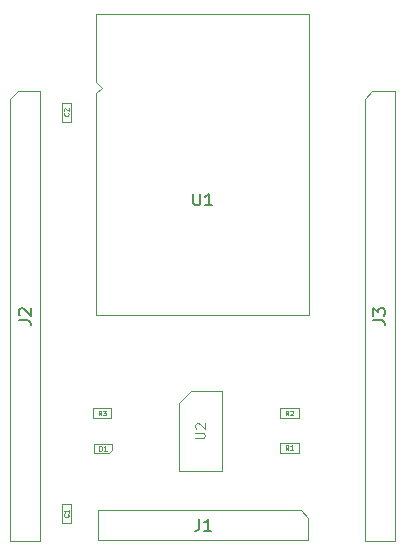
<source format=gbr>
G04 #@! TF.GenerationSoftware,KiCad,Pcbnew,8.0.0*
G04 #@! TF.CreationDate,2024-03-07T23:13:23+01:00*
G04 #@! TF.ProjectId,ESP32j1mmb,45535033-326a-4316-9d6d-622e6b696361,rev?*
G04 #@! TF.SameCoordinates,Original*
G04 #@! TF.FileFunction,AssemblyDrawing,Top*
%FSLAX46Y46*%
G04 Gerber Fmt 4.6, Leading zero omitted, Abs format (unit mm)*
G04 Created by KiCad (PCBNEW 8.0.0) date 2024-03-07 23:13:23*
%MOMM*%
%LPD*%
G01*
G04 APERTURE LIST*
%ADD10C,0.120000*%
%ADD11C,0.150000*%
%ADD12C,0.060000*%
%ADD13C,0.100000*%
G04 APERTURE END LIST*
D10*
X89413855Y-128109523D02*
X90061474Y-128109523D01*
X90061474Y-128109523D02*
X90137664Y-128071428D01*
X90137664Y-128071428D02*
X90175760Y-128033333D01*
X90175760Y-128033333D02*
X90213855Y-127957142D01*
X90213855Y-127957142D02*
X90213855Y-127804761D01*
X90213855Y-127804761D02*
X90175760Y-127728571D01*
X90175760Y-127728571D02*
X90137664Y-127690476D01*
X90137664Y-127690476D02*
X90061474Y-127652380D01*
X90061474Y-127652380D02*
X89413855Y-127652380D01*
X89490045Y-127309524D02*
X89451950Y-127271428D01*
X89451950Y-127271428D02*
X89413855Y-127195238D01*
X89413855Y-127195238D02*
X89413855Y-127004762D01*
X89413855Y-127004762D02*
X89451950Y-126928571D01*
X89451950Y-126928571D02*
X89490045Y-126890476D01*
X89490045Y-126890476D02*
X89566236Y-126852381D01*
X89566236Y-126852381D02*
X89642426Y-126852381D01*
X89642426Y-126852381D02*
X89756712Y-126890476D01*
X89756712Y-126890476D02*
X90213855Y-127347619D01*
X90213855Y-127347619D02*
X90213855Y-126852381D01*
D11*
X89238095Y-107394819D02*
X89238095Y-108204342D01*
X89238095Y-108204342D02*
X89285714Y-108299580D01*
X89285714Y-108299580D02*
X89333333Y-108347200D01*
X89333333Y-108347200D02*
X89428571Y-108394819D01*
X89428571Y-108394819D02*
X89619047Y-108394819D01*
X89619047Y-108394819D02*
X89714285Y-108347200D01*
X89714285Y-108347200D02*
X89761904Y-108299580D01*
X89761904Y-108299580D02*
X89809523Y-108204342D01*
X89809523Y-108204342D02*
X89809523Y-107394819D01*
X90809523Y-108394819D02*
X90238095Y-108394819D01*
X90523809Y-108394819D02*
X90523809Y-107394819D01*
X90523809Y-107394819D02*
X90428571Y-107537676D01*
X90428571Y-107537676D02*
X90333333Y-107632914D01*
X90333333Y-107632914D02*
X90238095Y-107680533D01*
D12*
X97283333Y-129094427D02*
X97150000Y-128903951D01*
X97054762Y-129094427D02*
X97054762Y-128694427D01*
X97054762Y-128694427D02*
X97207143Y-128694427D01*
X97207143Y-128694427D02*
X97245238Y-128713475D01*
X97245238Y-128713475D02*
X97264285Y-128732522D01*
X97264285Y-128732522D02*
X97283333Y-128770618D01*
X97283333Y-128770618D02*
X97283333Y-128827760D01*
X97283333Y-128827760D02*
X97264285Y-128865856D01*
X97264285Y-128865856D02*
X97245238Y-128884903D01*
X97245238Y-128884903D02*
X97207143Y-128903951D01*
X97207143Y-128903951D02*
X97054762Y-128903951D01*
X97664285Y-129094427D02*
X97435714Y-129094427D01*
X97550000Y-129094427D02*
X97550000Y-128694427D01*
X97550000Y-128694427D02*
X97511904Y-128751570D01*
X97511904Y-128751570D02*
X97473809Y-128789665D01*
X97473809Y-128789665D02*
X97435714Y-128808713D01*
D11*
X104454819Y-118113333D02*
X105169104Y-118113333D01*
X105169104Y-118113333D02*
X105311961Y-118160952D01*
X105311961Y-118160952D02*
X105407200Y-118256190D01*
X105407200Y-118256190D02*
X105454819Y-118399047D01*
X105454819Y-118399047D02*
X105454819Y-118494285D01*
X104454819Y-117732380D02*
X104454819Y-117113333D01*
X104454819Y-117113333D02*
X104835771Y-117446666D01*
X104835771Y-117446666D02*
X104835771Y-117303809D01*
X104835771Y-117303809D02*
X104883390Y-117208571D01*
X104883390Y-117208571D02*
X104931009Y-117160952D01*
X104931009Y-117160952D02*
X105026247Y-117113333D01*
X105026247Y-117113333D02*
X105264342Y-117113333D01*
X105264342Y-117113333D02*
X105359580Y-117160952D01*
X105359580Y-117160952D02*
X105407200Y-117208571D01*
X105407200Y-117208571D02*
X105454819Y-117303809D01*
X105454819Y-117303809D02*
X105454819Y-117589523D01*
X105454819Y-117589523D02*
X105407200Y-117684761D01*
X105407200Y-117684761D02*
X105359580Y-117732380D01*
D12*
X78643832Y-100566666D02*
X78662880Y-100585714D01*
X78662880Y-100585714D02*
X78681927Y-100642856D01*
X78681927Y-100642856D02*
X78681927Y-100680952D01*
X78681927Y-100680952D02*
X78662880Y-100738095D01*
X78662880Y-100738095D02*
X78624784Y-100776190D01*
X78624784Y-100776190D02*
X78586689Y-100795237D01*
X78586689Y-100795237D02*
X78510499Y-100814285D01*
X78510499Y-100814285D02*
X78453356Y-100814285D01*
X78453356Y-100814285D02*
X78377165Y-100795237D01*
X78377165Y-100795237D02*
X78339070Y-100776190D01*
X78339070Y-100776190D02*
X78300975Y-100738095D01*
X78300975Y-100738095D02*
X78281927Y-100680952D01*
X78281927Y-100680952D02*
X78281927Y-100642856D01*
X78281927Y-100642856D02*
X78300975Y-100585714D01*
X78300975Y-100585714D02*
X78320022Y-100566666D01*
X78320022Y-100414285D02*
X78300975Y-100395237D01*
X78300975Y-100395237D02*
X78281927Y-100357142D01*
X78281927Y-100357142D02*
X78281927Y-100261904D01*
X78281927Y-100261904D02*
X78300975Y-100223809D01*
X78300975Y-100223809D02*
X78320022Y-100204761D01*
X78320022Y-100204761D02*
X78358118Y-100185714D01*
X78358118Y-100185714D02*
X78396213Y-100185714D01*
X78396213Y-100185714D02*
X78453356Y-100204761D01*
X78453356Y-100204761D02*
X78681927Y-100433333D01*
X78681927Y-100433333D02*
X78681927Y-100185714D01*
X81433333Y-126181927D02*
X81300000Y-125991451D01*
X81204762Y-126181927D02*
X81204762Y-125781927D01*
X81204762Y-125781927D02*
X81357143Y-125781927D01*
X81357143Y-125781927D02*
X81395238Y-125800975D01*
X81395238Y-125800975D02*
X81414285Y-125820022D01*
X81414285Y-125820022D02*
X81433333Y-125858118D01*
X81433333Y-125858118D02*
X81433333Y-125915260D01*
X81433333Y-125915260D02*
X81414285Y-125953356D01*
X81414285Y-125953356D02*
X81395238Y-125972403D01*
X81395238Y-125972403D02*
X81357143Y-125991451D01*
X81357143Y-125991451D02*
X81204762Y-125991451D01*
X81566666Y-125781927D02*
X81814285Y-125781927D01*
X81814285Y-125781927D02*
X81680952Y-125934308D01*
X81680952Y-125934308D02*
X81738095Y-125934308D01*
X81738095Y-125934308D02*
X81776190Y-125953356D01*
X81776190Y-125953356D02*
X81795238Y-125972403D01*
X81795238Y-125972403D02*
X81814285Y-126010499D01*
X81814285Y-126010499D02*
X81814285Y-126105737D01*
X81814285Y-126105737D02*
X81795238Y-126143832D01*
X81795238Y-126143832D02*
X81776190Y-126162880D01*
X81776190Y-126162880D02*
X81738095Y-126181927D01*
X81738095Y-126181927D02*
X81623809Y-126181927D01*
X81623809Y-126181927D02*
X81585714Y-126162880D01*
X81585714Y-126162880D02*
X81566666Y-126143832D01*
D11*
X74454819Y-118113333D02*
X75169104Y-118113333D01*
X75169104Y-118113333D02*
X75311961Y-118160952D01*
X75311961Y-118160952D02*
X75407200Y-118256190D01*
X75407200Y-118256190D02*
X75454819Y-118399047D01*
X75454819Y-118399047D02*
X75454819Y-118494285D01*
X74550057Y-117684761D02*
X74502438Y-117637142D01*
X74502438Y-117637142D02*
X74454819Y-117541904D01*
X74454819Y-117541904D02*
X74454819Y-117303809D01*
X74454819Y-117303809D02*
X74502438Y-117208571D01*
X74502438Y-117208571D02*
X74550057Y-117160952D01*
X74550057Y-117160952D02*
X74645295Y-117113333D01*
X74645295Y-117113333D02*
X74740533Y-117113333D01*
X74740533Y-117113333D02*
X74883390Y-117160952D01*
X74883390Y-117160952D02*
X75454819Y-117732380D01*
X75454819Y-117732380D02*
X75454819Y-117113333D01*
X89746666Y-134954819D02*
X89746666Y-135669104D01*
X89746666Y-135669104D02*
X89699047Y-135811961D01*
X89699047Y-135811961D02*
X89603809Y-135907200D01*
X89603809Y-135907200D02*
X89460952Y-135954819D01*
X89460952Y-135954819D02*
X89365714Y-135954819D01*
X90746666Y-135954819D02*
X90175238Y-135954819D01*
X90460952Y-135954819D02*
X90460952Y-134954819D01*
X90460952Y-134954819D02*
X90365714Y-135097676D01*
X90365714Y-135097676D02*
X90270476Y-135192914D01*
X90270476Y-135192914D02*
X90175238Y-135240533D01*
D12*
X81284762Y-129181927D02*
X81284762Y-128781927D01*
X81284762Y-128781927D02*
X81380000Y-128781927D01*
X81380000Y-128781927D02*
X81437143Y-128800975D01*
X81437143Y-128800975D02*
X81475238Y-128839070D01*
X81475238Y-128839070D02*
X81494285Y-128877165D01*
X81494285Y-128877165D02*
X81513333Y-128953356D01*
X81513333Y-128953356D02*
X81513333Y-129010499D01*
X81513333Y-129010499D02*
X81494285Y-129086689D01*
X81494285Y-129086689D02*
X81475238Y-129124784D01*
X81475238Y-129124784D02*
X81437143Y-129162880D01*
X81437143Y-129162880D02*
X81380000Y-129181927D01*
X81380000Y-129181927D02*
X81284762Y-129181927D01*
X81894285Y-129181927D02*
X81665714Y-129181927D01*
X81780000Y-129181927D02*
X81780000Y-128781927D01*
X81780000Y-128781927D02*
X81741904Y-128839070D01*
X81741904Y-128839070D02*
X81703809Y-128877165D01*
X81703809Y-128877165D02*
X81665714Y-128896213D01*
X97283333Y-126181927D02*
X97150000Y-125991451D01*
X97054762Y-126181927D02*
X97054762Y-125781927D01*
X97054762Y-125781927D02*
X97207143Y-125781927D01*
X97207143Y-125781927D02*
X97245238Y-125800975D01*
X97245238Y-125800975D02*
X97264285Y-125820022D01*
X97264285Y-125820022D02*
X97283333Y-125858118D01*
X97283333Y-125858118D02*
X97283333Y-125915260D01*
X97283333Y-125915260D02*
X97264285Y-125953356D01*
X97264285Y-125953356D02*
X97245238Y-125972403D01*
X97245238Y-125972403D02*
X97207143Y-125991451D01*
X97207143Y-125991451D02*
X97054762Y-125991451D01*
X97435714Y-125820022D02*
X97454762Y-125800975D01*
X97454762Y-125800975D02*
X97492857Y-125781927D01*
X97492857Y-125781927D02*
X97588095Y-125781927D01*
X97588095Y-125781927D02*
X97626190Y-125800975D01*
X97626190Y-125800975D02*
X97645238Y-125820022D01*
X97645238Y-125820022D02*
X97664285Y-125858118D01*
X97664285Y-125858118D02*
X97664285Y-125896213D01*
X97664285Y-125896213D02*
X97645238Y-125953356D01*
X97645238Y-125953356D02*
X97416666Y-126181927D01*
X97416666Y-126181927D02*
X97664285Y-126181927D01*
X78643832Y-134566666D02*
X78662880Y-134585714D01*
X78662880Y-134585714D02*
X78681927Y-134642856D01*
X78681927Y-134642856D02*
X78681927Y-134680952D01*
X78681927Y-134680952D02*
X78662880Y-134738095D01*
X78662880Y-134738095D02*
X78624784Y-134776190D01*
X78624784Y-134776190D02*
X78586689Y-134795237D01*
X78586689Y-134795237D02*
X78510499Y-134814285D01*
X78510499Y-134814285D02*
X78453356Y-134814285D01*
X78453356Y-134814285D02*
X78377165Y-134795237D01*
X78377165Y-134795237D02*
X78339070Y-134776190D01*
X78339070Y-134776190D02*
X78300975Y-134738095D01*
X78300975Y-134738095D02*
X78281927Y-134680952D01*
X78281927Y-134680952D02*
X78281927Y-134642856D01*
X78281927Y-134642856D02*
X78300975Y-134585714D01*
X78300975Y-134585714D02*
X78320022Y-134566666D01*
X78681927Y-134185714D02*
X78681927Y-134414285D01*
X78681927Y-134299999D02*
X78281927Y-134299999D01*
X78281927Y-134299999D02*
X78339070Y-134338095D01*
X78339070Y-134338095D02*
X78377165Y-134376190D01*
X78377165Y-134376190D02*
X78396213Y-134414285D01*
D13*
X88000000Y-125150000D02*
X88000000Y-130850000D01*
X88000000Y-125150000D02*
X89000000Y-124150000D01*
X88000000Y-130850000D02*
X91700000Y-130850000D01*
X89000000Y-124150000D02*
X91700000Y-124150000D01*
X91700000Y-124150000D02*
X91700000Y-130850000D01*
X81000000Y-92200000D02*
X81000000Y-97920000D01*
X81000000Y-92200000D02*
X99000000Y-92200000D01*
X81000000Y-98920000D02*
X81000000Y-117700000D01*
X81000000Y-98920000D02*
X81500000Y-98420000D01*
X81000000Y-117700000D02*
X99000000Y-117700000D01*
X81500000Y-98420000D02*
X81000000Y-97920000D01*
X99000000Y-117700000D02*
X99000000Y-92200000D01*
X96550000Y-128500000D02*
X98150000Y-128500000D01*
X96550000Y-129325000D02*
X96550000Y-128500000D01*
X98150000Y-128500000D02*
X98150000Y-129325000D01*
X98150000Y-129325000D02*
X96550000Y-129325000D01*
X103730000Y-99365000D02*
X104365000Y-98730000D01*
X103730000Y-136830000D02*
X103730000Y-99365000D01*
X104365000Y-98730000D02*
X106270000Y-98730000D01*
X106270000Y-98730000D02*
X106270000Y-136830000D01*
X106270000Y-136830000D02*
X103730000Y-136830000D01*
X78100000Y-99700000D02*
X78900000Y-99700000D01*
X78100000Y-101300000D02*
X78100000Y-99700000D01*
X78900000Y-99700000D02*
X78900000Y-101300000D01*
X78900000Y-101300000D02*
X78100000Y-101300000D01*
X80700000Y-125587500D02*
X82300000Y-125587500D01*
X80700000Y-126412500D02*
X80700000Y-125587500D01*
X82300000Y-125587500D02*
X82300000Y-126412500D01*
X82300000Y-126412500D02*
X80700000Y-126412500D01*
X73730000Y-99365000D02*
X74365000Y-98730000D01*
X73730000Y-136830000D02*
X73730000Y-99365000D01*
X74365000Y-98730000D02*
X76270000Y-98730000D01*
X76270000Y-98730000D02*
X76270000Y-136830000D01*
X76270000Y-136830000D02*
X73730000Y-136830000D01*
X81190000Y-134230000D02*
X98335000Y-134230000D01*
X81190000Y-136770000D02*
X81190000Y-134230000D01*
X98335000Y-134230000D02*
X98970000Y-134865000D01*
X98970000Y-134865000D02*
X98970000Y-136770000D01*
X98970000Y-136770000D02*
X81190000Y-136770000D01*
X80780000Y-128600000D02*
X80780000Y-129400000D01*
X80780000Y-129400000D02*
X82080000Y-129400000D01*
X82080000Y-129400000D02*
X82380000Y-129100000D01*
X82380000Y-128600000D02*
X80780000Y-128600000D01*
X82380000Y-129100000D02*
X82380000Y-128600000D01*
X96550000Y-125587500D02*
X98150000Y-125587500D01*
X96550000Y-126412500D02*
X96550000Y-125587500D01*
X98150000Y-125587500D02*
X98150000Y-126412500D01*
X98150000Y-126412500D02*
X96550000Y-126412500D01*
X78100000Y-133700000D02*
X78900000Y-133700000D01*
X78100000Y-135300000D02*
X78100000Y-133700000D01*
X78900000Y-133700000D02*
X78900000Y-135300000D01*
X78900000Y-135300000D02*
X78100000Y-135300000D01*
M02*

</source>
